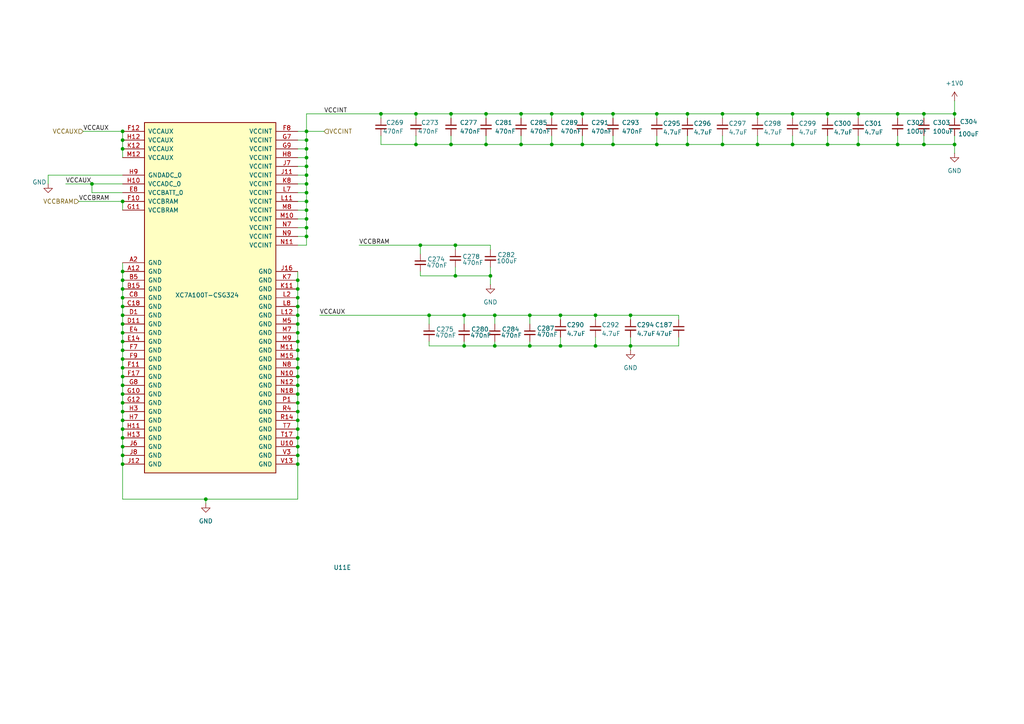
<source format=kicad_sch>
(kicad_sch (version 20231120) (generator "eeschema") (generator_version "8.0")
  (paper "A4")
  (title_block (title "RASBB") (date "2025-02-02") (rev "01") (company "Mina Daneshpajouh"))
  (lib_symbols
    (symbol "Device:C_Small" (pin_numbers hide) (pin_names (offset 0.254) hide)
      (property "Reference" "C" (at 0.254 1.778 0))
      (property "Value" "C_Small" (at 0.254 -2.032 0))
      (symbol "C_Small_1_1"
        (pin passive line (at 0 2.54 270) (length 2.032) (name "~") (number "1"))
        (pin passive line (at 0 -2.54 90) (length 2.032) (name "~") (number "2"))
      )
    )
    (symbol "FPGA_Xilinx_Artix7:XC7A100T-CSG324" (pin_names (offset 1.016))
      (property "Reference" "U11" (at 40.894 -78.232 0))
      (property "Value" "XC7A100T-CSG324" (at 8.382 0.762 0))
      (symbol "XC7A100T-CSG324_1_1"
        (pin no_connect line (at 50.8 33.02 180) (length 6.35) (name "IO_L4N_T0_15") (number "A11"))
        (pin bidirectional line (at 50.8 10.16 180) (length 6.35) (name "IO_L9P_T1_DQS_AD3P_15") (number "A13"))
        (pin bidirectional line (at 50.8 7.62 180) (length 6.35) (name "IO_L9N_T1_DQS_AD3N_15") (number "A14"))
        (pin bidirectional line (at 50.8 15.24 180) (length 6.35) (name "IO_L8P_T1_AD10P_15") (number "A15"))
        (pin bidirectional line (at 50.8 12.7 180) (length 6.35) (name "IO_L8N_T1_AD10N_15") (number "A16"))
        (pin power_in line (at 27.94 73.66 270) (length 6.35) (name "VCCO_15") (number "A17"))
        (pin bidirectional line (at 50.8 2.54 180) (length 6.35) (name "IO_L10N_T1_AD11N_15") (number "A18"))
        (pin no_connect line (at 50.8 35.56 180) (length 6.35) (name "IO_L4P_T0_15") (number "B11"))
        (pin bidirectional line (at 50.8 38.1 180) (length 6.35) (name "IO_L3N_T0_DQS_AD1N_15") (number "B12"))
        (pin bidirectional line (at 50.8 45.72 180) (length 6.35) (name "IO_L2P_T0_AD8P_15") (number "B13"))
        (pin bidirectional line (at 50.8 43.18 180) (length 6.35) (name "IO_L2N_T0_AD8N_15") (number "B14"))
        (pin bidirectional line (at 50.8 20.32 180) (length 6.35) (name "IO_L7P_T1_AD2P_15") (number "B16"))
        (pin bidirectional line (at 50.8 17.78 180) (length 6.35) (name "IO_L7N_T1_AD2N_15") (number "B17"))
        (pin bidirectional line (at 50.8 5.08 180) (length 6.35) (name "IO_L10P_T1_AD11P_15") (number "B18"))
        (pin bidirectional line (at 50.8 40.64 180) (length 6.35) (name "IO_L3P_T0_DQS_AD1P_15") (number "C12"))
        (pin power_in line (at 30.48 73.66 270) (length 6.35) (name "VCCO_15") (number "C13"))
        (pin bidirectional line (at 50.8 48.26 180) (length 6.35) (name "IO_L1N_T0_AD0N_15") (number "C14"))
        (pin bidirectional line (at 50.8 -7.62 180) (length 6.35) (name "IO_L12N_T1_MRCC_15") (number "C15"))
        (pin bidirectional line (at 50.8 -45.72 180) (length 6.35) (name "IO_L20P_T3_A20_15") (number "C16"))
        (pin bidirectional line (at 50.8 -48.26 180) (length 6.35) (name "IO_L20N_T3_A19_15") (number "C17"))
        (pin bidirectional line (at 50.8 25.4 180) (length 6.35) (name "IO_L6P_T0_15") (number "D12"))
        (pin bidirectional line (at 50.8 22.86 180) (length 6.35) (name "IO_L6N_T0_VREF_15") (number "D13"))
        (pin bidirectional line (at 50.8 50.8 180) (length 6.35) (name "IO_L1P_T0_AD0P_15") (number "D14"))
        (pin bidirectional line (at 50.8 -5.08 180) (length 6.35) (name "IO_L12P_T1_MRCC_15") (number "D15"))
        (pin power_in line (at 33.02 73.66 270) (length 6.35) (name "VCCO_15") (number "D16"))
        (pin bidirectional line (at 50.8 -27.94 180) (length 6.35) (name "IO_L16N_T2_A27_15") (number "D17"))
        (pin bidirectional line (at 50.8 -53.34 180) (length 6.35) (name "IO_L21N_T3_DQS_A18_15") (number "D18"))
        (pin bidirectional line (at 50.8 0 180) (length 6.35) (name "IO_L11P_T1_SRCC_15") (number "E15"))
        (pin bidirectional line (at 50.8 -2.54 180) (length 6.35) (name "IO_L11N_T1_SRCC_15") (number "E16"))
        (pin bidirectional line (at 50.8 -25.4 180) (length 6.35) (name "IO_L16P_T2_A28_15") (number "E17"))
        (pin bidirectional line (at 50.8 -50.8 180) (length 6.35) (name "IO_L21P_T3_DQS_15") (number "E18"))
        (pin no_connect line (at 50.8 30.48 180) (length 6.35) (name "IO_L5P_T0_AD9P_15") (number "F13"))
        (pin no_connect line (at 50.8 27.94 180) (length 6.35) (name "IO_L5N_T0_AD9N_15") (number "F14"))
        (pin bidirectional line (at 50.8 -15.24 180) (length 6.35) (name "IO_L14P_T2_SRCC_15") (number "F15"))
        (pin bidirectional line (at 50.8 -17.78 180) (length 6.35) (name "IO_L14N_T2_SRCC_15") (number "F16"))
        (pin bidirectional line (at 50.8 -58.42 180) (length 6.35) (name "IO_L22N_T3_A16_15") (number "F18"))
        (pin bidirectional line (at 50.8 53.34 180) (length 6.35) (name "IO_0_15") (number "G13"))
        (pin no_connect line (at 50.8 -22.86 180) (length 6.35) (name "IO_L15N_T2_DQS_ADV_B_15") (number "G14"))
        (pin power_in line (at 35.56 73.66 270) (length 6.35) (name "VCCO_15") (number "G15"))
        (pin bidirectional line (at 50.8 -12.7 180) (length 6.35) (name "IO_L13N_T2_MRCC_15") (number "G16"))
        (pin bidirectional line (at 50.8 -38.1 180) (length 6.35) (name "IO_L18N_T2_A23_15") (number "G17"))
        (pin bidirectional line (at 50.8 -55.88 180) (length 6.35) (name "IO_L22P_T3_A17_15") (number "G18"))
        (pin bidirectional line (at 50.8 -20.32 180) (length 6.35) (name "IO_L15P_T2_DQS_15") (number "H14"))
        (pin bidirectional line (at 50.8 -43.18 180) (length 6.35) (name "IO_L19N_T3_A21_VREF_15") (number "H15"))
        (pin bidirectional line (at 50.8 -10.16 180) (length 6.35) (name "IO_L13P_T2_MRCC_15") (number "H16"))
        (pin bidirectional line (at 50.8 -35.56 180) (length 6.35) (name "IO_L18P_T2_A24_15") (number "H17"))
        (pin power_in line (at 38.1 73.66 270) (length 6.35) (name "VCCO_15") (number "H18"))
        (pin bidirectional line (at 50.8 -33.02 180) (length 6.35) (name "IO_L17N_T2_A25_15") (number "J13"))
        (pin bidirectional line (at 50.8 -40.64 180) (length 6.35) (name "IO_L19P_T3_A22_15") (number "J14"))
        (pin bidirectional line (at 50.8 -68.58 180) (length 6.35) (name "IO_L24N_T3_RS0_15") (number "J15"))
        (pin bidirectional line (at 50.8 -60.96 180) (length 6.35) (name "IO_L23P_T3_FOE_B_15") (number "J17"))
        (pin bidirectional line (at 50.8 -63.5 180) (length 6.35) (name "IO_L23N_T3_FWE_B_15") (number "J18"))
        (pin no_connect line (at 50.8 -30.48 180) (length 6.35) (name "IO_L17P_T2_A26_15") (number "K13"))
        (pin power_in line (at 40.64 73.66 270) (length 6.35) (name "VCCO_15") (number "K14"))
        (pin bidirectional line (at 50.8 -66.04 180) (length 6.35) (name "IO_L24P_T3_RS1_15") (number "K15"))
        (pin bidirectional line (at 50.8 -71.12 180) (length 6.35) (name "IO_25_15") (number "K16"))
        (pin bidirectional line (at -50.8 50.8 0) (length 6.35) (name "IO_L1P_T0_D00_MOSI_14") (number "K17"))
        (pin bidirectional line (at -50.8 48.26 0) (length 6.35) (name "IO_L1N_T0_D01_DIN_14") (number "K18"))
        (pin bidirectional line (at -50.8 25.4 0) (length 6.35) (name "IO_L6P_T0_FCS_B_14") (number "L13"))
        (pin no_connect line (at -50.8 45.72 0) (length 6.35) (name "IO_L2P_T0_D02_14") (number "L14"))
        (pin no_connect line (at -50.8 40.64 0) (length 6.35) (name "IO_L3P_T0_DQS_PUDC_B_14") (number "L15"))
        (pin no_connect line (at -50.8 38.1 0) (length 6.35) (name "IO_L3N_T0_DQS_EMCCLK_14") (number "L16"))
        (pin power_in line (at -40.64 73.66 270) (length 6.35) (name "VCCO_14") (number "L17"))
        (pin bidirectional line (at -50.8 35.56 0) (length 6.35) (name "IO_L4P_T0_D04_14") (number "L18"))
        (pin no_connect line (at -50.8 22.86 0) (length 6.35) (name "IO_L6N_T0_D08_VREF_14") (number "M13"))
        (pin no_connect line (at -50.8 43.18 0) (length 6.35) (name "IO_L2N_T0_D03_14") (number "M14"))
        (pin no_connect line (at -50.8 5.08 0) (length 6.35) (name "IO_L10P_T1_D14_14") (number "M16"))
        (pin no_connect line (at -50.8 2.54 0) (length 6.35) (name "IO_L10N_T1_D15_14") (number "M17"))
        (pin no_connect line (at -50.8 33.02 0) (length 6.35) (name "IO_L4N_T0_D05_14") (number "M18"))
        (pin power_in line (at -38.1 73.66 270) (length 6.35) (name "VCCO_14") (number "N13"))
        (pin no_connect line (at -50.8 15.24 0) (length 6.35) (name "IO_L8P_T1_D11_14") (number "N14"))
        (pin no_connect line (at -50.8 0 0) (length 6.35) (name "IO_L11P_T1_SRCC_14") (number "N15"))
        (pin no_connect line (at -50.8 -2.54 0) (length 6.35) (name "IO_L11N_T1_SRCC_14") (number "N16"))
        (pin no_connect line (at -50.8 10.16 0) (length 6.35) (name "IO_L9P_T1_DQS_14") (number "N17"))
        (pin no_connect line (at -50.8 12.7 0) (length 6.35) (name "IO_L8N_T1_D12_14") (number "P14"))
        (pin bidirectional line (at -50.8 -10.16 0) (length 6.35) (name "IO_L13P_T2_MRCC_14") (number "P15"))
        (pin power_in line (at -35.56 73.66 270) (length 6.35) (name "VCCO_14") (number "P16"))
        (pin no_connect line (at -50.8 -5.08 0) (length 6.35) (name "IO_L12P_T1_MRCC_14") (number "P17"))
        (pin no_connect line (at -50.8 7.62 0) (length 6.35) (name "IO_L9N_T1_DQS_D13_14") (number "P18"))
        (pin no_connect line (at -50.8 -71.12 0) (length 6.35) (name "IO_25_14") (number "R10"))
        (pin no_connect line (at -50.8 53.34 0) (length 6.35) (name "IO_0_14") (number "R11"))
        (pin no_connect line (at -50.8 30.48 0) (length 6.35) (name "IO_L5P_T0_D06_14") (number "R12"))
        (pin no_connect line (at -50.8 27.94 0) (length 6.35) (name "IO_L5N_T0_D07_14") (number "R13"))
        (pin bidirectional line (at -50.8 -12.7 0) (length 6.35) (name "IO_L13N_T2_MRCC_14") (number "R15"))
        (pin bidirectional line (at -50.8 -20.32 0) (length 6.35) (name "IO_L15P_T2_DQS_RDWR_B_14") (number "R16"))
        (pin no_connect line (at -50.8 -7.62 0) (length 6.35) (name "IO_L12N_T1_MRCC_14") (number "R17"))
        (pin no_connect line (at -50.8 20.32 0) (length 6.35) (name "IO_L7P_T1_D09_14") (number "R18"))
        (pin no_connect line (at -50.8 -68.58 0) (length 6.35) (name "IO_L24N_T3_A00_D16_14") (number "T10"))
        (pin no_connect line (at -50.8 -40.64 0) (length 6.35) (name "IO_L19P_T3_A10_D26_14") (number "T11"))
        (pin power_in line (at -33.02 73.66 270) (length 6.35) (name "VCCO_14") (number "T12"))
        (pin no_connect line (at -50.8 -60.96 0) (length 6.35) (name "IO_L23P_T3_A03_D19_14") (number "T13"))
        (pin bidirectional line (at -50.8 -15.24 0) (length 6.35) (name "IO_L14P_T2_SRCC_14") (number "T14"))
        (pin bidirectional line (at -50.8 -17.78 0) (length 6.35) (name "IO_L14N_T2_SRCC_14") (number "T15"))
        (pin bidirectional line (at -50.8 -22.86 0) (length 6.35) (name "IO_L15N_T2_DQS_DOUT_CSO_B_14") (number "T16"))
        (pin no_connect line (at -50.8 17.78 0) (length 6.35) (name "IO_L7N_T1_D10_14") (number "T18"))
        (pin no_connect line (at -50.8 -66.04 0) (length 6.35) (name "IO_L24P_T3_A01_D17_14") (number "T9"))
        (pin no_connect line (at -50.8 -43.18 0) (length 6.35) (name "IO_L19N_T3_A09_D25_VREF_14") (number "U11"))
        (pin no_connect line (at -50.8 -45.72 0) (length 6.35) (name "IO_L20P_T3_A08_D24_14") (number "U12"))
        (pin no_connect line (at -50.8 -63.5 0) (length 6.35) (name "IO_L23N_T3_A02_D18_14") (number "U13"))
        (pin bidirectional line (at -50.8 -55.88 0) (length 6.35) (name "IO_L22P_T3_A05_D21_14") (number "U14"))
        (pin power_in line (at -30.48 73.66 270) (length 6.35) (name "VCCO_14") (number "U15"))
        (pin bidirectional line (at -50.8 -35.56 0) (length 6.35) (name "IO_L18P_T2_A12_D28_14") (number "U16"))
        (pin bidirectional line (at -50.8 -30.48 0) (length 6.35) (name "IO_L17P_T2_A14_D30_14") (number "U17"))
        (pin bidirectional line (at -50.8 -33.02 0) (length 6.35) (name "IO_L17N_T2_A13_D29_14") (number "U18"))
        (pin no_connect line (at -50.8 -50.8 0) (length 6.35) (name "IO_L21P_T3_DQS_14") (number "V10"))
        (pin no_connect line (at -50.8 -53.34 0) (length 6.35) (name "IO_L21N_T3_DQS_A06_D22_14") (number "V11"))
        (pin no_connect line (at -50.8 -48.26 0) (length 6.35) (name "IO_L20N_T3_A07_D23_14") (number "V12"))
        (pin bidirectional line (at -50.8 -58.42 0) (length 6.35) (name "IO_L22N_T3_A04_D20_14") (number "V14"))
        (pin bidirectional line (at -50.8 -25.4 0) (length 6.35) (name "IO_L16P_T2_CSI_B_14") (number "V15"))
        (pin bidirectional line (at -50.8 -27.94 0) (length 6.35) (name "IO_L16N_T2_A15_D31_14") (number "V16"))
        (pin bidirectional line (at -50.8 -38.1 0) (length 6.35) (name "IO_L18N_T2_A11_D27_14") (number "V17"))
        (pin power_in line (at -27.94 73.66 270) (length 6.35) (name "VCCO_14") (number "V18"))
      )
      (symbol "XC7A100T-CSG324_2_1"
        (pin bidirectional line (at -50.8 35.56 0) (length 6.35) (name "IO_L14P_T2_SRCC_16") (number "A10"))
        (pin bidirectional line (at -50.8 43.18 0) (length 6.35) (name "IO_L12N_T1_MRCC_16") (number "A8"))
        (pin bidirectional line (at -50.8 33.02 0) (length 6.35) (name "IO_L14N_T2_SRCC_16") (number "A9"))
        (pin power_in line (at -40.64 73.66 270) (length 6.35) (name "VCCO_16") (number "B10"))
        (pin bidirectional line (at -50.8 45.72 0) (length 6.35) (name "IO_L12P_T1_MRCC_16") (number "B8"))
        (pin bidirectional line (at -50.8 48.26 0) (length 6.35) (name "IO_L11N_T1_SRCC_16") (number "B9"))
        (pin bidirectional line (at -50.8 38.1 0) (length 6.35) (name "IO_L13N_T2_MRCC_16") (number "C10"))
        (pin bidirectional line (at -50.8 40.64 0) (length 6.35) (name "IO_L13P_T2_MRCC_16") (number "C11"))
        (pin bidirectional line (at -50.8 50.8 0) (length 6.35) (name "IO_L11P_T1_SRCC_16") (number "C9"))
        (pin bidirectional line (at -50.8 30.48 0) (length 6.35) (name "IO_L19N_T3_VREF_16") (number "D10"))
        (pin bidirectional line (at -50.8 53.34 0) (length 6.35) (name "IO_L6N_T0_VREF_16") (number "D9"))
        (pin bidirectional line (at 50.8 45.72 180) (length 6.35) (name "IO_L2P_T0_34") (number "K3"))
        (pin power_in line (at 27.94 73.66 270) (length 6.35) (name "VCCO_34") (number "K4"))
        (pin bidirectional line (at 50.8 30.48 180) (length 6.35) (name "IO_L5P_T0_34") (number "K5"))
        (pin bidirectional line (at 50.8 53.34 180) (length 6.35) (name "IO_0_34") (number "K6"))
        (pin bidirectional line (at 50.8 50.8 180) (length 6.35) (name "IO_L1P_T0_34") (number "L1"))
        (pin bidirectional line (at 50.8 43.18 180) (length 6.35) (name "IO_L2N_T0_34") (number "L3"))
        (pin bidirectional line (at 50.8 27.94 180) (length 6.35) (name "IO_L5N_T0_34") (number "L4"))
        (pin bidirectional line (at 50.8 22.86 180) (length 6.35) (name "IO_L6N_T0_VREF_34") (number "L5"))
        (pin bidirectional line (at 50.8 25.4 180) (length 6.35) (name "IO_L6P_T0_34") (number "L6"))
        (pin bidirectional line (at 50.8 48.26 180) (length 6.35) (name "IO_L1N_T0_34") (number "M1"))
        (pin bidirectional line (at 50.8 33.02 180) (length 6.35) (name "IO_L4N_T0_34") (number "M2"))
        (pin bidirectional line (at 50.8 35.56 180) (length 6.35) (name "IO_L4P_T0_34") (number "M3"))
        (pin bidirectional line (at 50.8 -25.4 180) (length 6.35) (name "IO_L16P_T2_34") (number "M4"))
        (pin bidirectional line (at 50.8 -35.56 180) (length 6.35) (name "IO_L18P_T2_34") (number "M6"))
        (pin bidirectional line (at 50.8 38.1 180) (length 6.35) (name "IO_L3N_T0_DQS_34") (number "N1"))
        (pin bidirectional line (at 50.8 40.64 180) (length 6.35) (name "IO_L3P_T0_DQS_34") (number "N2"))
        (pin power_in line (at 30.48 73.66 270) (length 6.35) (name "VCCO_34") (number "N3"))
        (pin bidirectional line (at 50.8 -27.94 180) (length 6.35) (name "IO_L16N_T2_34") (number "N4"))
        (pin bidirectional line (at 50.8 -10.16 180) (length 6.35) (name "IO_L13P_T2_MRCC_34") (number "N5"))
        (pin bidirectional line (at 50.8 -38.1 180) (length 6.35) (name "IO_L18N_T2_34") (number "N6"))
        (pin bidirectional line (at 50.8 -20.32 180) (length 6.35) (name "IO_L15P_T2_DQS_34") (number "P2"))
        (pin bidirectional line (at 50.8 -17.78 180) (length 6.35) (name "IO_L14N_T2_SRCC_34") (number "P3"))
        (pin bidirectional line (at 50.8 -15.24 180) (length 6.35) (name "IO_L14P_T2_SRCC_34") (number "P4"))
        (pin bidirectional line (at 50.8 -12.7 180) (length 6.35) (name "IO_L13N_T2_MRCC_34") (number "P5"))
        (pin power_in line (at 33.02 73.66 270) (length 6.35) (name "VCCO_34") (number "P6"))
        (pin bidirectional line (at 50.8 -30.48 180) (length 6.35) (name "IO_L17P_T2_34") (number "R1"))
        (pin bidirectional line (at 50.8 -22.86 180) (length 6.35) (name "IO_L15N_T2_DQS_34") (number "R2"))
        (pin bidirectional line (at 50.8 0 180) (length 6.35) (name "IO_L11P_T1_SRCC_34") (number "R3"))
        (pin bidirectional line (at 50.8 -43.18 180) (length 6.35) (name "IO_L19N_T3_VREF_34") (number "R5"))
        (pin bidirectional line (at 50.8 -40.64 180) (length 6.35) (name "IO_L19P_T3_34") (number "R6"))
        (pin bidirectional line (at 50.8 -60.96 180) (length 6.35) (name "IO_L23P_T3_34") (number "R7"))
        (pin bidirectional line (at 50.8 -66.04 180) (length 6.35) (name "IO_L24P_T3_34") (number "R8"))
        (pin bidirectional line (at 50.8 -33.02 180) (length 6.35) (name "IO_L17N_T2_34") (number "T1"))
        (pin power_in line (at 35.56 73.66 270) (length 6.35) (name "VCCO_34") (number "T2"))
        (pin bidirectional line (at 50.8 -2.54 180) (length 6.35) (name "IO_L11N_T1_SRCC_34") (number "T3"))
        (pin bidirectional line (at 50.8 -7.62 180) (length 6.35) (name "IO_L12N_T1_MRCC_34") (number "T4"))
        (pin bidirectional line (at 50.8 -5.08 180) (length 6.35) (name "IO_L12P_T1_MRCC_34") (number "T5"))
        (pin bidirectional line (at 50.8 -63.5 180) (length 6.35) (name "IO_L23N_T3_34") (number "T6"))
        (pin bidirectional line (at 50.8 -68.58 180) (length 6.35) (name "IO_L24N_T3_34") (number "T8"))
        (pin bidirectional line (at 50.8 20.32 180) (length 6.35) (name "IO_L7P_T1_34") (number "U1"))
        (pin bidirectional line (at 50.8 10.16 180) (length 6.35) (name "IO_L9P_T1_DQS_34") (number "U2"))
        (pin bidirectional line (at 50.8 12.7 180) (length 6.35) (name "IO_L8N_T1_34") (number "U3"))
        (pin bidirectional line (at 50.8 15.24 180) (length 6.35) (name "IO_L8P_T1_34") (number "U4"))
        (pin power_in line (at 38.1 73.66 270) (length 6.35) (name "VCCO_34") (number "U5"))
        (pin bidirectional line (at 50.8 -58.42 180) (length 6.35) (name "IO_L22N_T3_34") (number "U6"))
        (pin bidirectional line (at 50.8 -55.88 180) (length 6.35) (name "IO_L22P_T3_34") (number "U7"))
        (pin bidirectional line (at 50.8 -71.12 180) (length 6.35) (name "IO_25_34") (number "U8"))
        (pin bidirectional line (at 50.8 -50.8 180) (length 6.35) (name "IO_L21P_T3_DQS_34") (number "U9"))
        (pin bidirectional line (at 50.8 17.78 180) (length 6.35) (name "IO_L7N_T1_34") (number "V1"))
        (pin bidirectional line (at 50.8 7.62 180) (length 6.35) (name "IO_L9N_T1_DQS_34") (number "V2"))
        (pin bidirectional line (at 50.8 2.54 180) (length 6.35) (name "IO_L10N_T1_34") (number "V4"))
        (pin bidirectional line (at 50.8 5.08 180) (length 6.35) (name "IO_L10P_T1_34") (number "V5"))
        (pin bidirectional line (at 50.8 -48.26 180) (length 6.35) (name "IO_L20N_T3_34") (number "V6"))
        (pin bidirectional line (at 50.8 -45.72 180) (length 6.35) (name "IO_L20P_T3_34") (number "V7"))
        (pin power_in line (at 40.64 73.66 270) (length 6.35) (name "VCCO_34") (number "V8"))
        (pin bidirectional line (at 50.8 -53.34 180) (length 6.35) (name "IO_L21N_T3_DQS_34") (number "V9"))
      )
      (symbol "XC7A100T-CSG324_3_1"
        (pin bidirectional line (at -50.8 7.62 0) (length 6.35) (name "IO_L9N_T1_DQS_AD7N_35") (number "A1"))
        (pin bidirectional line (at -50.8 12.7 0) (length 6.35) (name "IO_L8N_T1_AD14N_35") (number "A3"))
        (pin bidirectional line (at -50.8 15.24 0) (length 6.35) (name "IO_L8P_T1_AD14P_35") (number "A4"))
        (pin bidirectional line (at -50.8 38.1 0) (length 6.35) (name "IO_L3N_T0_DQS_AD5N_35") (number "A5"))
        (pin bidirectional line (at -50.8 40.64 0) (length 6.35) (name "IO_L3P_T0_DQS_AD5P_35") (number "A6"))
        (pin power_in line (at -40.64 73.66 270) (length 6.35) (name "VCCO_35") (number "A7"))
        (pin bidirectional line (at -50.8 10.16 0) (length 6.35) (name "IO_L9P_T1_DQS_AD7P_35") (number "B1"))
        (pin bidirectional line (at -50.8 2.54 0) (length 6.35) (name "IO_L10N_T1_AD15N_35") (number "B2"))
        (pin bidirectional line (at -50.8 5.08 0) (length 6.35) (name "IO_L10P_T1_AD15P_35") (number "B3"))
        (pin bidirectional line (at -50.8 17.78 0) (length 6.35) (name "IO_L7N_T1_AD6N_35") (number "B4"))
        (pin bidirectional line (at -50.8 43.18 0) (length 6.35) (name "IO_L2N_T0_AD12N_35") (number "B6"))
        (pin bidirectional line (at -50.8 45.72 0) (length 6.35) (name "IO_L2P_T0_AD12P_35") (number "B7"))
        (pin bidirectional line (at -50.8 -27.94 0) (length 6.35) (name "IO_L16N_T2_35") (number "C1"))
        (pin bidirectional line (at -50.8 -25.4 0) (length 6.35) (name "IO_L16P_T2_35") (number "C2"))
        (pin power_in line (at -38.1 73.66 270) (length 6.35) (name "VCCO_35") (number "C3"))
        (pin bidirectional line (at -50.8 20.32 0) (length 6.35) (name "IO_L7P_T1_AD6P_35") (number "C4"))
        (pin no_connect line (at -50.8 48.26 0) (length 6.35) (name "IO_L1N_T0_AD4N_35") (number "C5"))
        (pin bidirectional line (at -50.8 50.8 0) (length 6.35) (name "IO_L1P_T0_AD4P_35") (number "C6"))
        (pin bidirectional line (at -50.8 33.02 0) (length 6.35) (name "IO_L4N_T0_35") (number "C7"))
        (pin bidirectional line (at -50.8 -17.78 0) (length 6.35) (name "IO_L14N_T2_SRCC_35") (number "D2"))
        (pin bidirectional line (at -50.8 -7.62 0) (length 6.35) (name "IO_L12N_T1_MRCC_35") (number "D3"))
        (pin bidirectional line (at -50.8 -2.54 0) (length 6.35) (name "IO_L11N_T1_SRCC_35") (number "D4"))
        (pin no_connect line (at -50.8 0 0) (length 6.35) (name "IO_L11P_T1_SRCC_35") (number "D5"))
        (pin power_in line (at -35.56 73.66 270) (length 6.35) (name "VCCO_35") (number "D6"))
        (pin no_connect line (at -50.8 22.86 0) (length 6.35) (name "IO_L6N_T0_VREF_35") (number "D7"))
        (pin bidirectional line (at -50.8 35.56 0) (length 6.35) (name "IO_L4P_T0_35") (number "D8"))
        (pin bidirectional line (at -50.8 -38.1 0) (length 6.35) (name "IO_L18N_T2_35") (number "E1"))
        (pin bidirectional line (at -50.8 -15.24 0) (length 6.35) (name "IO_L14P_T2_SRCC_35") (number "E2"))
        (pin bidirectional line (at -50.8 -5.08 0) (length 6.35) (name "IO_L12P_T1_MRCC_35") (number "E3"))
        (pin bidirectional line (at -50.8 27.94 0) (length 6.35) (name "IO_L5N_T0_AD13N_35") (number "E5"))
        (pin bidirectional line (at -50.8 30.48 0) (length 6.35) (name "IO_L5P_T0_AD13P_35") (number "E6"))
        (pin bidirectional line (at -50.8 25.4 0) (length 6.35) (name "IO_L6P_T0_35") (number "E7"))
        (pin bidirectional line (at -50.8 -35.56 0) (length 6.35) (name "IO_L18P_T2_35") (number "F1"))
        (pin power_in line (at -33.02 73.66 270) (length 6.35) (name "VCCO_35") (number "F2"))
        (pin bidirectional line (at -50.8 -12.7 0) (length 6.35) (name "IO_L13N_T2_MRCC_35") (number "F3"))
        (pin bidirectional line (at -50.8 -10.16 0) (length 6.35) (name "IO_L13P_T2_MRCC_35") (number "F4"))
        (pin no_connect line (at -50.8 53.34 0) (length 6.35) (name "IO_0_35") (number "F5"))
        (pin no_connect line (at -50.8 -43.18 0) (length 6.35) (name "IO_L19N_T3_VREF_35") (number "F6"))
        (pin bidirectional line (at -50.8 -33.02 0) (length 6.35) (name "IO_L17N_T2_35") (number "G1"))
        (pin bidirectional line (at -50.8 -22.86 0) (length 6.35) (name "IO_L15N_T2_DQS_35") (number "G2"))
        (pin no_connect line (at -50.8 -48.26 0) (length 6.35) (name "IO_L20N_T3_35") (number "G3"))
        (pin no_connect line (at -50.8 -45.72 0) (length 6.35) (name "IO_L20P_T3_35") (number "G4"))
        (pin power_in line (at -30.48 73.66 270) (length 6.35) (name "VCCO_35") (number "G5"))
        (pin no_connect line (at -50.8 -40.64 0) (length 6.35) (name "IO_L19P_T3_35") (number "G6"))
        (pin bidirectional line (at -50.8 -30.48 0) (length 6.35) (name "IO_L17P_T2_35") (number "H1"))
        (pin bidirectional line (at -50.8 -20.32 0) (length 6.35) (name "IO_L15P_T2_DQS_35") (number "H2"))
        (pin bidirectional line (at -50.8 -53.34 0) (length 6.35) (name "IO_L21N_T3_DQS_35") (number "H4"))
        (pin no_connect line (at -50.8 -68.58 0) (length 6.35) (name "IO_L24N_T3_35") (number "H5"))
        (pin no_connect line (at -50.8 -66.04 0) (length 6.35) (name "IO_L24P_T3_35") (number "H6"))
        (pin power_in line (at -27.94 73.66 270) (length 6.35) (name "VCCO_35") (number "J1"))
        (pin bidirectional line (at -50.8 -58.42 0) (length 6.35) (name "IO_L22N_T3_35") (number "J2"))
        (pin bidirectional line (at -50.8 -55.88 0) (length 6.35) (name "IO_L22P_T3_35") (number "J3"))
        (pin bidirectional line (at -50.8 -50.8 0) (length 6.35) (name "IO_L21P_T3_DQS_35") (number "J4"))
        (pin no_connect line (at -50.8 -71.12 0) (length 6.35) (name "IO_25_35") (number "J5"))
        (pin bidirectional line (at -50.8 -63.5 0) (length 6.35) (name "IO_L23N_T3_35") (number "K1"))
        (pin bidirectional line (at -50.8 -60.96 0) (length 6.35) (name "IO_L23P_T3_35") (number "K2"))
      )
      (symbol "XC7A100T-CSG324_4_1"
        (pin input line (at 38.1 12.7 180) (length 6.35) (name "TCK_0") (number "E10"))
        (pin input line (at 38.1 20.32 180) (length 6.35) (name "TDI_0") (number "E11"))
        (pin input line (at 38.1 15.24 180) (length 6.35) (name "TMS_0") (number "E12"))
        (pin output line (at 38.1 17.78 180) (length 6.35) (name "TDO_0") (number "E13"))
        (pin bidirectional line (at 38.1 7.62 180) (length 6.35) (name "CCLK_0") (number "E9"))
        (pin bidirectional line (at 38.1 -20.32 180) (length 6.35) (name "VP_0") (number "J10"))
        (pin bidirectional line (at 38.1 -30.48 180) (length 6.35) (name "VREFN_0") (number "J9"))
        (pin bidirectional line (at 38.1 -27.94 180) (length 6.35) (name "VREFP_0") (number "K10"))
        (pin bidirectional line (at 38.1 -22.86 180) (length 6.35) (name "VN_0") (number "K9"))
        (pin bidirectional line (at 38.1 -35.56 180) (length 6.35) (name "DXP_0") (number "L10"))
        (pin bidirectional line (at 38.1 -38.1 180) (length 6.35) (name "DXN_0") (number "L9"))
        (pin bidirectional line (at 38.1 -5.08 180) (length 6.35) (name "DONE_0") (number "P10"))
        (pin bidirectional line (at 38.1 0 180) (length 6.35) (name "M2_0") (number "P11"))
        (pin bidirectional line (at 38.1 5.08 180) (length 6.35) (name "M0_0") (number "P12"))
        (pin bidirectional line (at 38.1 2.54 180) (length 6.35) (name "M1_0") (number "P13"))
        (pin bidirectional line (at 38.1 -7.62 180) (length 6.35) (name "INIT_B_0") (number "P7"))
        (pin bidirectional line (at 38.1 -15.24 180) (length 6.35) (name "CFGBVS_0") (number "P8"))
        (pin bidirectional line (at 38.1 -10.16 180) (length 6.35) (name "PROGRAM_B_0") (number "P9"))
        (pin power_in line (at 27.94 40.64 270) (length 6.35) (name "VCCO_0") (number "R9"))
      )
      (symbol "XC7A100T-CSG324_5_1"
        (pin power_in line (at -25.4 7.62 0) (length 6.35) (name "GND") (number "A12"))
        (pin power_in line (at -25.4 10.16 0) (length 6.35) (name "GND") (number "A2"))
        (pin power_in line (at -25.4 2.54 0) (length 6.35) (name "GND") (number "B15"))
        (pin power_in line (at -25.4 5.08 0) (length 6.35) (name "GND") (number "B5"))
        (pin power_in line (at -25.4 -2.54 0) (length 6.35) (name "GND") (number "C18"))
        (pin power_in line (at -25.4 0 0) (length 6.35) (name "GND") (number "C8"))
        (pin power_in line (at -25.4 -5.08 0) (length 6.35) (name "GND") (number "D1"))
        (pin power_in line (at -25.4 -7.62 0) (length 6.35) (name "GND") (number "D11"))
        (pin power_in line (at -25.4 -12.7 0) (length 6.35) (name "GND") (number "E14"))
        (pin power_in line (at -25.4 -10.16 0) (length 6.35) (name "GND") (number "E4"))
        (pin power_in line (at -25.4 30.48 0) (length 6.35) (name "VCCBATT_0") (number "E8"))
        (pin power_in line (at -25.4 27.94 0) (length 6.35) (name "VCCBRAM") (number "F10"))
        (pin power_in line (at -25.4 -20.32 0) (length 6.35) (name "GND") (number "F11"))
        (pin power_in line (at -25.4 48.26 0) (length 6.35) (name "VCCAUX") (number "F12"))
        (pin power_in line (at -25.4 -22.86 0) (length 6.35) (name "GND") (number "F17"))
        (pin power_in line (at -25.4 -15.24 0) (length 6.35) (name "GND") (number "F7"))
        (pin power_in line (at 25.4 48.26 180) (length 6.35) (name "VCCINT") (number "F8"))
        (pin power_in line (at -25.4 -17.78 0) (length 6.35) (name "GND") (number "F9"))
        (pin power_in line (at -25.4 -27.94 0) (length 6.35) (name "GND") (number "G10"))
        (pin power_in line (at -25.4 25.4 0) (length 6.35) (name "VCCBRAM") (number "G11"))
        (pin power_in line (at -25.4 -30.48 0) (length 6.35) (name "GND") (number "G12"))
        (pin power_in line (at 25.4 45.72 180) (length 6.35) (name "VCCINT") (number "G7"))
        (pin power_in line (at -25.4 -25.4 0) (length 6.35) (name "GND") (number "G8"))
        (pin power_in line (at 25.4 43.18 180) (length 6.35) (name "VCCINT") (number "G9"))
        (pin power_in line (at -25.4 33.02 0) (length 6.35) (name "VCCADC_0") (number "H10"))
        (pin power_in line (at -25.4 -38.1 0) (length 6.35) (name "GND") (number "H11"))
        (pin power_in line (at -25.4 45.72 0) (length 6.35) (name "VCCAUX") (number "H12"))
        (pin power_in line (at -25.4 -40.64 0) (length 6.35) (name "GND") (number "H13"))
        (pin power_in line (at -25.4 -33.02 0) (length 6.35) (name "GND") (number "H3"))
        (pin power_in line (at -25.4 -35.56 0) (length 6.35) (name "GND") (number "H7"))
        (pin power_in line (at 25.4 40.64 180) (length 6.35) (name "VCCINT") (number "H8"))
        (pin power_in line (at -25.4 35.56 0) (length 6.35) (name "GNDADC_0") (number "H9"))
        (pin power_in line (at 25.4 35.56 180) (length 6.35) (name "VCCINT") (number "J11"))
        (pin power_in line (at -25.4 -48.26 0) (length 6.35) (name "GND") (number "J12"))
        (pin power_in line (at 25.4 7.62 180) (length 6.35) (name "GND") (number "J16"))
        (pin power_in line (at -25.4 -43.18 0) (length 6.35) (name "GND") (number "J6"))
        (pin power_in line (at 25.4 38.1 180) (length 6.35) (name "VCCINT") (number "J7"))
        (pin power_in line (at -25.4 -45.72 0) (length 6.35) (name "GND") (number "J8"))
        (pin power_in line (at 25.4 2.54 180) (length 6.35) (name "GND") (number "K11"))
        (pin power_in line (at -25.4 43.18 0) (length 6.35) (name "VCCAUX") (number "K12"))
        (pin power_in line (at 25.4 5.08 180) (length 6.35) (name "GND") (number "K7"))
        (pin power_in line (at 25.4 33.02 180) (length 6.35) (name "VCCINT") (number "K8"))
        (pin power_in line (at 25.4 27.94 180) (length 6.35) (name "VCCINT") (number "L11"))
        (pin power_in line (at 25.4 -5.08 180) (length 6.35) (name "GND") (number "L12"))
        (pin power_in line (at 25.4 0 180) (length 6.35) (name "GND") (number "L2"))
        (pin power_in line (at 25.4 30.48 180) (length 6.35) (name "VCCINT") (number "L7"))
        (pin power_in line (at 25.4 -2.54 180) (length 6.35) (name "GND") (number "L8"))
        (pin power_in line (at 25.4 22.86 180) (length 6.35) (name "VCCINT") (number "M10"))
        (pin power_in line (at 25.4 -15.24 180) (length 6.35) (name "GND") (number "M11"))
        (pin power_in line (at -25.4 40.64 0) (length 6.35) (name "VCCAUX") (number "M12"))
        (pin power_in line (at 25.4 -17.78 180) (length 6.35) (name "GND") (number "M15"))
        (pin power_in line (at 25.4 -7.62 180) (length 6.35) (name "GND") (number "M5"))
        (pin power_in line (at 25.4 -10.16 180) (length 6.35) (name "GND") (number "M7"))
        (pin power_in line (at 25.4 25.4 180) (length 6.35) (name "VCCINT") (number "M8"))
        (pin power_in line (at 25.4 -12.7 180) (length 6.35) (name "GND") (number "M9"))
        (pin power_in line (at 25.4 -22.86 180) (length 6.35) (name "GND") (number "N10"))
        (pin power_in line (at 25.4 15.24 180) (length 6.35) (name "VCCINT") (number "N11"))
        (pin power_in line (at 25.4 -25.4 180) (length 6.35) (name "GND") (number "N12"))
        (pin power_in line (at 25.4 -27.94 180) (length 6.35) (name "GND") (number "N18"))
        (pin power_in line (at 25.4 20.32 180) (length 6.35) (name "VCCINT") (number "N7"))
        (pin power_in line (at 25.4 -20.32 180) (length 6.35) (name "GND") (number "N8"))
        (pin power_in line (at 25.4 17.78 180) (length 6.35) (name "VCCINT") (number "N9"))
        (pin power_in line (at 25.4 -30.48 180) (length 6.35) (name "GND") (number "P1"))
        (pin power_in line (at 25.4 -35.56 180) (length 6.35) (name "GND") (number "R14"))
        (pin power_in line (at 25.4 -33.02 180) (length 6.35) (name "GND") (number "R4"))
        (pin power_in line (at 25.4 -40.64 180) (length 6.35) (name "GND") (number "T17"))
        (pin power_in line (at 25.4 -38.1 180) (length 6.35) (name "GND") (number "T7"))
        (pin power_in line (at 25.4 -43.18 180) (length 6.35) (name "GND") (number "U10"))
        (pin power_in line (at 25.4 -48.26 180) (length 6.35) (name "GND") (number "V13"))
        (pin power_in line (at 25.4 -45.72 180) (length 6.35) (name "GND") (number "V3"))
      )
    )
    (symbol "power:+1V0" (power) (pin_numbers hide) (pin_names (offset 0) hide)
      (property "Value" "+1V0" (at 0 3.556 0))
      (symbol "+1V0_1_1"
        (pin power_in line (at 0 0 90) (length 0) (name "~") (number "1"))
      )
    )
    (symbol "power:GND" (power) (pin_numbers hide) (pin_names (offset 0) hide)
      (property "Value" "GND" (at 0 -3.81 0))
      (symbol "GND_1_1"
        (pin power_in line (at 0 0 270) (length 0) (name "~") (number "1"))
      )
    )
  )
  (junction (at 110.49 33.02))
  (junction (at 219.71 33.02))
  (junction (at 88.9 43.18))
  (junction (at 35.56 86.36))
  (junction (at 35.56 93.98))
  (junction (at 35.56 134.62))
  (junction (at 153.67 100.33))
  (junction (at 248.92 33.02))
  (junction (at 177.8 41.91))
  (junction (at 86.36 127))
  (junction (at 88.9 45.72))
  (junction (at 219.71 41.91))
  (junction (at 86.36 88.9))
  (junction (at 120.65 41.91))
  (junction (at 88.9 53.34))
  (junction (at 35.56 40.64))
  (junction (at 35.56 96.52))
  (junction (at 142.24 80.01))
  (junction (at 86.36 116.84))
  (junction (at 88.9 63.5))
  (junction (at 124.46 91.44))
  (junction (at 134.62 91.44))
  (junction (at 35.56 127))
  (junction (at 35.56 58.42))
  (junction (at 172.72 100.33))
  (junction (at 86.36 86.36))
  (junction (at 190.5 33.02))
  (junction (at 86.36 104.14))
  (junction (at 86.36 129.54))
  (junction (at 88.9 40.64))
  (junction (at 86.36 134.62))
  (junction (at 35.56 129.54))
  (junction (at 132.08 80.01))
  (junction (at 86.36 101.6))
  (junction (at 35.56 106.68))
  (junction (at 86.36 99.06))
  (junction (at 86.36 91.44))
  (junction (at 130.81 41.91))
  (junction (at 162.56 91.44))
  (junction (at 88.9 48.26))
  (junction (at 35.56 83.82))
  (junction (at 209.55 33.02))
  (junction (at 172.72 91.44))
  (junction (at 199.39 33.02))
  (junction (at 134.62 100.33))
  (junction (at 153.67 91.44))
  (junction (at 182.88 100.33))
  (junction (at 160.02 33.02))
  (junction (at 276.86 33.02))
  (junction (at 86.36 93.98))
  (junction (at 240.03 33.02))
  (junction (at 276.86 41.91))
  (junction (at 267.97 33.02))
  (junction (at 35.56 38.1))
  (junction (at 143.51 100.33))
  (junction (at 130.81 33.02))
  (junction (at 162.56 100.33))
  (junction (at 88.9 66.04))
  (junction (at 177.8 33.02))
  (junction (at 88.9 50.8))
  (junction (at 86.36 111.76))
  (junction (at 248.92 41.91))
  (junction (at 132.08 71.12))
  (junction (at 151.13 41.91))
  (junction (at 59.69 144.78))
  (junction (at 120.65 33.02))
  (junction (at 35.56 111.76))
  (junction (at 190.5 41.91))
  (junction (at 229.87 33.02))
  (junction (at 35.56 104.14))
  (junction (at 88.9 38.1))
  (junction (at 35.56 78.74))
  (junction (at 168.91 33.02))
  (junction (at 88.9 60.96))
  (junction (at 35.56 88.9))
  (junction (at 86.36 106.68))
  (junction (at 86.36 132.08))
  (junction (at 260.35 33.02))
  (junction (at 35.56 101.6))
  (junction (at 86.36 114.3))
  (junction (at 88.9 55.88))
  (junction (at 35.56 124.46))
  (junction (at 86.36 109.22))
  (junction (at 86.36 124.46))
  (junction (at 86.36 121.92))
  (junction (at 209.55 41.91))
  (junction (at 199.39 41.91))
  (junction (at 86.36 96.52))
  (junction (at 35.56 114.3))
  (junction (at 35.56 43.18))
  (junction (at 35.56 99.06))
  (junction (at 26.67 53.34))
  (junction (at 88.9 58.42))
  (junction (at 35.56 109.22))
  (junction (at 160.02 41.91))
  (junction (at 35.56 121.92))
  (junction (at 86.36 81.28))
  (junction (at 140.97 33.02))
  (junction (at 86.36 83.82))
  (junction (at 240.03 41.91))
  (junction (at 35.56 116.84))
  (junction (at 35.56 81.28))
  (junction (at 229.87 41.91))
  (junction (at 267.97 41.91))
  (junction (at 88.9 68.58))
  (junction (at 35.56 91.44))
  (junction (at 86.36 119.38))
  (junction (at 35.56 119.38))
  (junction (at 121.92 71.12))
  (junction (at 182.88 91.44))
  (junction (at 143.51 91.44))
  (junction (at 168.91 41.91))
  (junction (at 35.56 132.08))
  (junction (at 151.13 33.02))
  (junction (at 260.35 41.91))
  (junction (at 140.97 41.91))
  (wire (pts (xy 88.9 50.8) (xy 88.9 53.34)))
  (wire (pts (xy 88.9 71.12) (xy 86.36 71.12)))
  (wire (pts (xy 110.49 41.91) (xy 120.65 41.91)))
  (wire (pts (xy 190.5 41.91) (xy 199.39 41.91)))
  (wire (pts (xy 88.9 63.5) (xy 88.9 66.04)))
  (wire (pts (xy 86.36 106.68) (xy 86.36 109.22)))
  (wire (pts (xy 162.56 91.44) (xy 172.72 91.44)))
  (wire (pts (xy 110.49 34.29) (xy 110.49 33.02)))
  (wire (pts (xy 35.56 81.28) (xy 35.56 83.82)))
  (wire (pts (xy 229.87 33.02) (xy 229.87 34.29)))
  (wire (pts (xy 35.56 93.98) (xy 35.56 96.52)))
  (wire (pts (xy 153.67 99.06) (xy 153.67 100.33)))
  (wire (pts (xy 120.65 34.29) (xy 120.65 33.02)))
  (wire (pts (xy 190.5 33.02) (xy 190.5 34.29)))
  (wire (pts (xy 35.56 129.54) (xy 35.56 132.08)))
  (wire (pts (xy 88.9 33.02) (xy 110.49 33.02)))
  (wire (pts (xy 86.36 104.14) (xy 86.36 106.68)))
  (wire (pts (xy 35.56 55.88) (xy 26.67 55.88)))
  (wire (pts (xy 248.92 41.91) (xy 260.35 41.91)))
  (wire (pts (xy 35.56 38.1) (xy 35.56 40.64)))
  (wire (pts (xy 88.9 66.04) (xy 88.9 68.58)))
  (wire (pts (xy 209.55 41.91) (xy 219.71 41.91)))
  (wire (pts (xy 199.39 33.02) (xy 199.39 34.29)))
  (wire (pts (xy 142.24 77.47) (xy 142.24 80.01)))
  (wire (pts (xy 35.56 144.78) (xy 35.56 134.62)))
  (wire (pts (xy 160.02 41.91) (xy 160.02 39.37)))
  (wire (pts (xy 153.67 91.44) (xy 162.56 91.44)))
  (wire (pts (xy 151.13 33.02) (xy 151.13 34.29)))
  (wire (pts (xy 19.05 53.34) (xy 26.67 53.34)))
  (wire (pts (xy 196.85 92.71) (xy 196.85 91.44)))
  (wire (pts (xy 143.51 100.33) (xy 153.67 100.33)))
  (wire (pts (xy 86.36 93.98) (xy 86.36 96.52)))
  (wire (pts (xy 124.46 99.06) (xy 124.46 100.33)))
  (wire (pts (xy 86.36 109.22) (xy 86.36 111.76)))
  (wire (pts (xy 35.56 86.36) (xy 35.56 88.9)))
  (wire (pts (xy 182.88 100.33) (xy 172.72 100.33)))
  (wire (pts (xy 86.36 86.36) (xy 86.36 88.9)))
  (wire (pts (xy 260.35 41.91) (xy 260.35 39.37)))
  (wire (pts (xy 160.02 41.91) (xy 168.91 41.91)))
  (wire (pts (xy 151.13 33.02) (xy 160.02 33.02)))
  (wire (pts (xy 190.5 33.02) (xy 199.39 33.02)))
  (wire (pts (xy 162.56 100.33) (xy 172.72 100.33)))
  (wire (pts (xy 151.13 41.91) (xy 151.13 39.37)))
  (wire (pts (xy 140.97 33.02) (xy 140.97 34.29)))
  (wire (pts (xy 121.92 71.12) (xy 132.08 71.12)))
  (wire (pts (xy 86.36 127) (xy 86.36 129.54)))
  (wire (pts (xy 134.62 91.44) (xy 143.51 91.44)))
  (wire (pts (xy 209.55 33.02) (xy 219.71 33.02)))
  (wire (pts (xy 35.56 109.22) (xy 35.56 111.76)))
  (wire (pts (xy 172.72 91.44) (xy 172.72 92.71)))
  (wire (pts (xy 88.9 38.1) (xy 86.36 38.1)))
  (wire (pts (xy 86.36 83.82) (xy 86.36 86.36)))
  (wire (pts (xy 88.9 53.34) (xy 86.36 53.34)))
  (wire (pts (xy 260.35 33.02) (xy 260.35 34.29)))
  (wire (pts (xy 35.56 101.6) (xy 35.56 104.14)))
  (wire (pts (xy 142.24 80.01) (xy 132.08 80.01)))
  (wire (pts (xy 110.49 33.02) (xy 120.65 33.02)))
  (wire (pts (xy 240.03 41.91) (xy 248.92 41.91)))
  (wire (pts (xy 59.69 144.78) (xy 35.56 144.78)))
  (wire (pts (xy 199.39 33.02) (xy 209.55 33.02)))
  (wire (pts (xy 142.24 72.39) (xy 142.24 71.12)))
  (wire (pts (xy 86.36 116.84) (xy 86.36 119.38)))
  (wire (pts (xy 13.97 50.8) (xy 13.97 53.34)))
  (wire (pts (xy 168.91 41.91) (xy 177.8 41.91)))
  (wire (pts (xy 104.14 71.12) (xy 121.92 71.12)))
  (wire (pts (xy 240.03 41.91) (xy 240.03 39.37)))
  (wire (pts (xy 86.36 132.08) (xy 86.36 134.62)))
  (wire (pts (xy 86.36 144.78) (xy 59.69 144.78)))
  (wire (pts (xy 86.36 101.6) (xy 86.36 104.14)))
  (wire (pts (xy 35.56 96.52) (xy 35.56 99.06)))
  (wire (pts (xy 276.86 34.29) (xy 276.86 33.02)))
  (wire (pts (xy 35.56 50.8) (xy 13.97 50.8)))
  (wire (pts (xy 35.56 106.68) (xy 35.56 109.22)))
  (wire (pts (xy 229.87 33.02) (xy 240.03 33.02)))
  (wire (pts (xy 88.9 43.18) (xy 86.36 43.18)))
  (wire (pts (xy 88.9 50.8) (xy 86.36 50.8)))
  (wire (pts (xy 88.9 55.88) (xy 86.36 55.88)))
  (wire (pts (xy 88.9 68.58) (xy 86.36 68.58)))
  (wire (pts (xy 134.62 100.33) (xy 143.51 100.33)))
  (wire (pts (xy 248.92 33.02) (xy 260.35 33.02)))
  (wire (pts (xy 35.56 78.74) (xy 35.56 81.28)))
  (wire (pts (xy 260.35 33.02) (xy 267.97 33.02)))
  (wire (pts (xy 229.87 41.91) (xy 240.03 41.91)))
  (wire (pts (xy 26.67 55.88) (xy 26.67 53.34)))
  (wire (pts (xy 86.36 129.54) (xy 86.36 132.08)))
  (wire (pts (xy 276.86 41.91) (xy 267.97 41.91)))
  (wire (pts (xy 248.92 41.91) (xy 248.92 39.37)))
  (wire (pts (xy 196.85 100.33) (xy 182.88 100.33)))
  (wire (pts (xy 121.92 80.01) (xy 121.92 78.74)))
  (wire (pts (xy 35.56 104.14) (xy 35.56 106.68)))
  (wire (pts (xy 86.36 124.46) (xy 86.36 127)))
  (wire (pts (xy 86.36 121.92) (xy 86.36 124.46)))
  (wire (pts (xy 88.9 45.72) (xy 86.36 45.72)))
  (wire (pts (xy 132.08 77.47) (xy 132.08 80.01)))
  (wire (pts (xy 134.62 91.44) (xy 134.62 93.98)))
  (wire (pts (xy 267.97 34.29) (xy 267.97 33.02)))
  (wire (pts (xy 199.39 41.91) (xy 209.55 41.91)))
  (wire (pts (xy 142.24 80.01) (xy 142.24 82.55)))
  (wire (pts (xy 88.9 58.42) (xy 86.36 58.42)))
  (wire (pts (xy 88.9 40.64) (xy 88.9 43.18)))
  (wire (pts (xy 86.36 88.9) (xy 86.36 91.44)))
  (wire (pts (xy 140.97 33.02) (xy 151.13 33.02)))
  (wire (pts (xy 229.87 41.91) (xy 229.87 39.37)))
  (wire (pts (xy 88.9 45.72) (xy 88.9 48.26)))
  (wire (pts (xy 35.56 76.2) (xy 35.56 78.74)))
  (wire (pts (xy 120.65 33.02) (xy 130.81 33.02)))
  (wire (pts (xy 219.71 41.91) (xy 229.87 41.91)))
  (wire (pts (xy 199.39 41.91) (xy 199.39 39.37)))
  (wire (pts (xy 130.81 41.91) (xy 140.97 41.91)))
  (wire (pts (xy 88.9 60.96) (xy 88.9 63.5)))
  (wire (pts (xy 177.8 41.91) (xy 177.8 39.37)))
  (wire (pts (xy 88.9 33.02) (xy 88.9 38.1)))
  (wire (pts (xy 219.71 33.02) (xy 229.87 33.02)))
  (wire (pts (xy 120.65 41.91) (xy 130.81 41.91)))
  (wire (pts (xy 196.85 97.79) (xy 196.85 100.33)))
  (wire (pts (xy 88.9 40.64) (xy 86.36 40.64)))
  (wire (pts (xy 124.46 100.33) (xy 134.62 100.33)))
  (wire (pts (xy 260.35 41.91) (xy 267.97 41.91)))
  (wire (pts (xy 182.88 97.79) (xy 182.88 100.33)))
  (wire (pts (xy 240.03 33.02) (xy 240.03 34.29)))
  (wire (pts (xy 142.24 71.12) (xy 132.08 71.12)))
  (wire (pts (xy 86.36 81.28) (xy 86.36 83.82)))
  (wire (pts (xy 240.03 33.02) (xy 248.92 33.02)))
  (wire (pts (xy 35.56 114.3) (xy 35.56 116.84)))
  (wire (pts (xy 35.56 124.46) (xy 35.56 127)))
  (wire (pts (xy 110.49 39.37) (xy 110.49 41.91)))
  (wire (pts (xy 177.8 41.91) (xy 190.5 41.91)))
  (wire (pts (xy 88.9 53.34) (xy 88.9 55.88)))
  (wire (pts (xy 143.51 91.44) (xy 153.67 91.44)))
  (wire (pts (xy 168.91 33.02) (xy 168.91 34.29)))
  (wire (pts (xy 59.69 146.05) (xy 59.69 144.78)))
  (wire (pts (xy 88.9 48.26) (xy 88.9 50.8)))
  (wire (pts (xy 276.86 41.91) (xy 276.86 39.37)))
  (wire (pts (xy 190.5 41.91) (xy 190.5 39.37)))
  (wire (pts (xy 140.97 41.91) (xy 140.97 39.37)))
  (wire (pts (xy 86.36 119.38) (xy 86.36 121.92)))
  (wire (pts (xy 121.92 80.01) (xy 132.08 80.01)))
  (wire (pts (xy 86.36 91.44) (xy 86.36 93.98)))
  (wire (pts (xy 35.56 40.64) (xy 35.56 43.18)))
  (wire (pts (xy 35.56 127) (xy 35.56 129.54)))
  (wire (pts (xy 143.51 100.33) (xy 143.51 99.06)))
  (wire (pts (xy 35.56 116.84) (xy 35.56 119.38)))
  (wire (pts (xy 35.56 83.82) (xy 35.56 86.36)))
  (wire (pts (xy 182.88 91.44) (xy 172.72 91.44)))
  (wire (pts (xy 35.56 91.44) (xy 35.56 93.98)))
  (wire (pts (xy 88.9 58.42) (xy 88.9 60.96)))
  (wire (pts (xy 88.9 43.18) (xy 88.9 45.72)))
  (wire (pts (xy 120.65 41.91) (xy 120.65 39.37)))
  (wire (pts (xy 140.97 41.91) (xy 151.13 41.91)))
  (wire (pts (xy 168.91 33.02) (xy 177.8 33.02)))
  (wire (pts (xy 35.56 111.76) (xy 35.56 114.3)))
  (wire (pts (xy 267.97 39.37) (xy 267.97 41.91)))
  (wire (pts (xy 276.86 44.45) (xy 276.86 41.91)))
  (wire (pts (xy 26.67 53.34) (xy 35.56 53.34)))
  (wire (pts (xy 86.36 99.06) (xy 86.36 101.6)))
  (wire (pts (xy 151.13 41.91) (xy 160.02 41.91)))
  (wire (pts (xy 143.51 91.44) (xy 143.51 93.98)))
  (wire (pts (xy 86.36 111.76) (xy 86.36 114.3)))
  (wire (pts (xy 182.88 101.6) (xy 182.88 100.33)))
  (wire (pts (xy 172.72 97.79) (xy 172.72 100.33)))
  (wire (pts (xy 121.92 71.12) (xy 121.92 73.66)))
  (wire (pts (xy 132.08 71.12) (xy 132.08 72.39)))
  (wire (pts (xy 162.56 91.44) (xy 162.56 92.71)))
  (wire (pts (xy 177.8 33.02) (xy 190.5 33.02)))
  (wire (pts (xy 160.02 33.02) (xy 168.91 33.02)))
  (wire (pts (xy 219.71 41.91) (xy 219.71 39.37)))
  (wire (pts (xy 182.88 92.71) (xy 182.88 91.44)))
  (wire (pts (xy 86.36 78.74) (xy 86.36 81.28)))
  (wire (pts (xy 88.9 55.88) (xy 88.9 58.42)))
  (wire (pts (xy 24.13 38.1) (xy 35.56 38.1)))
  (wire (pts (xy 88.9 60.96) (xy 86.36 60.96)))
  (wire (pts (xy 162.56 97.79) (xy 162.56 100.33)))
  (wire (pts (xy 22.86 58.42) (xy 35.56 58.42)))
  (wire (pts (xy 88.9 68.58) (xy 88.9 71.12)))
  (wire (pts (xy 35.56 119.38) (xy 35.56 121.92)))
  (wire (pts (xy 88.9 66.04) (xy 86.36 66.04)))
  (wire (pts (xy 124.46 91.44) (xy 124.46 93.98)))
  (wire (pts (xy 88.9 48.26) (xy 86.36 48.26)))
  (wire (pts (xy 130.81 34.29) (xy 130.81 33.02)))
  (wire (pts (xy 35.56 88.9) (xy 35.56 91.44)))
  (wire (pts (xy 267.97 33.02) (xy 276.86 33.02)))
  (wire (pts (xy 88.9 38.1) (xy 93.98 38.1)))
  (wire (pts (xy 160.02 33.02) (xy 160.02 34.29)))
  (wire (pts (xy 162.56 100.33) (xy 153.67 100.33)))
  (wire (pts (xy 130.81 41.91) (xy 130.81 39.37)))
  (wire (pts (xy 248.92 33.02) (xy 248.92 34.29)))
  (wire (pts (xy 86.36 134.62) (xy 86.36 144.78)))
  (wire (pts (xy 88.9 38.1) (xy 88.9 40.64)))
  (wire (pts (xy 92.71 91.44) (xy 124.46 91.44)))
  (wire (pts (xy 124.46 91.44) (xy 134.62 91.44)))
  (wire (pts (xy 177.8 33.02) (xy 177.8 34.29)))
  (wire (pts (xy 130.81 33.02) (xy 140.97 33.02)))
  (wire (pts (xy 35.56 43.18) (xy 35.56 45.72)))
  (wire (pts (xy 168.91 41.91) (xy 168.91 39.37)))
  (wire (pts (xy 88.9 63.5) (xy 86.36 63.5)))
  (wire (pts (xy 209.55 33.02) (xy 209.55 34.29)))
  (wire (pts (xy 219.71 33.02) (xy 219.71 34.29)))
  (wire (pts (xy 134.62 99.06) (xy 134.62 100.33)))
  (wire (pts (xy 35.56 132.08) (xy 35.56 134.62)))
  (wire (pts (xy 35.56 121.92) (xy 35.56 124.46)))
  (wire (pts (xy 276.86 29.21) (xy 276.86 33.02)))
  (wire (pts (xy 153.67 91.44) (xy 153.67 93.98)))
  (wire (pts (xy 86.36 114.3) (xy 86.36 116.84)))
  (wire (pts (xy 35.56 58.42) (xy 35.56 60.96)))
  (wire (pts (xy 35.56 99.06) (xy 35.56 101.6)))
  (wire (pts (xy 209.55 41.91) (xy 209.55 39.37)))
  (wire (pts (xy 196.85 91.44) (xy 182.88 91.44)))
  (wire (pts (xy 86.36 96.52) (xy 86.36 99.06)))
  (label "VCCAUX" (at 19.05 53.34 0))
  (label "VCCAUX" (at 24.13 38.1 0))
  (label "VCCBRAM" (at 22.86 58.42 0))
  (label "VCCAUX" (at 92.71 91.44 0))
  (label "VCCINT" (at 93.98 33.02 0))
  (label "VCCBRAM" (at 104.14 71.12 0))
  (hierarchical_label "VCCBRAM" (shape input) (at 22.86 58.42 180))
  (hierarchical_label "VCCINT" (shape input) (at 93.98 38.1 0))
  (hierarchical_label "VCCAUX" (shape input) (at 24.13 38.1 180))
  (symbol (lib_id "Device:C_Small") (at 190.5 36.83 0) (unit 1)
    (property "Reference" "C295" (at 192.278 35.814 0) (effects (justify left)))
    (property "Value" "4.7uF" (at 192.278 38.354 0) (effects (justify left)))
    (property "Footprint" "Capacitor_SMD:C_0402_1005Metric" (effects (hide yes)))
    (property "Datasheet" "https://www.lcsc.com/datasheet/lcsc_datasheet_1811081617_Murata-Electronics-GRM155R61A475KEAAD_C77004.pdf" (effects (hide yes)))
    (property "Description" "10V 4.7uF X5R ±10% 0402 Multilayer Ceramic Capacitors MLCC - SMD/SMT ROHS" (effects (hide yes)))
    (property "Mfr. Part #" "GRM155R61A475KEAAD " (effects (hide yes)))
    (property "LCSC Part # " "C77004" (effects (hide yes)))
    (property "LCSC Part #" "C77004" (effects (hide yes)))
  )
  (symbol (lib_id "Device:C_Small") (at 229.87 36.83 0) (unit 1)
    (property "Reference" "C299" (at 231.648 35.814 0) (effects (justify left)))
    (property "Value" "4.7uF" (at 231.648 38.354 0) (effects (justify left)))
    (property "Footprint" "Capacitor_SMD:C_0402_1005Metric" (effects (hide yes)))
    (property "Datasheet" "https://www.lcsc.com/datasheet/lcsc_datasheet_1811081617_Murata-Electronics-GRM155R61A475KEAAD_C77004.pdf" (effects (hide yes)))
    (property "Description" "10V 4.7uF X5R ±10% 0402 Multilayer Ceramic Capacitors MLCC - SMD/SMT ROHS" (effects (hide yes)))
    (property "Mfr. Part #" "GRM155R61A475KEAAD " (effects (hide yes)))
    (property "LCSC Part # " "C77004" (effects (hide yes)))
    (property "LCSC Part #" "C77004" (effects (hide yes)))
  )
  (symbol (lib_id "Device:C_Small") (at 260.35 36.83 0) (unit 1)
    (property "Reference" "C302" (at 262.89 35.5662 0) (effects (justify left)))
    (property "Value" "100uF" (at 262.89 38.1062 0) (effects (justify left)))
    (property "Footprint" "Capacitor_SMD:C_1206_3216Metric" (effects (hide yes)))
    (property "Datasheet" "https://www.lcsc.com/datasheet/lcsc_datasheet_2201131300_Murata-Electronics-GRM188Z71A475KE15D_C913474.pdf" (effects (hide yes)))
    (property "Description" "10V 100uF X5R ±20% 1206 Multilayer Ceramic Capacitors MLCC - SMD/SMT ROHS" (effects (hide yes)))
    (property "Mfr. Part # " "GRM31CR61A107MEA8L" (effects (hide yes)))
    (property "LCSC Part #" "C883598" (effects (hide yes)))
    (property "Mfr. Part #" "GRM31CR61A107MEA8L" (effects (hide yes)))
  )
  (symbol (lib_id "Device:C_Small") (at 120.65 36.83 0) (unit 1)
    (property "Reference" "C273" (at 127.254 35.56 0) (effects (justify right)))
    (property "Value" "470nF" (at 127.254 38.1 0) (effects (justify right)))
    (property "Footprint" "Capacitor_SMD:C_0402_1005Metric" (effects (hide yes)))
    (property "Datasheet" "https://www.lcsc.com/datasheet/lcsc_datasheet_2206281830_Murata-Electronics-GRT155R71A474KE01D_C711087.pdf" (effects (hide yes)))
    (property "Description" "Unpolarized capacitor, small symbol" (effects (hide yes)))
    (property "Mfr. Part #" "GRT155R71A474KE01D " (effects (hide yes)))
    (property "LCSC Part #" "C471404" (effects (hide yes)))
  )
  (symbol (lib_id "Device:C_Small") (at 124.46 96.52 0) (unit 1)
    (property "Reference" "C275" (at 126.492 95.504 0) (effects (justify left)))
    (property "Value" "470nF" (at 126.238 97.282 0) (effects (justify left)))
    (property "Footprint" "Capacitor_SMD:C_0402_1005Metric" (effects (hide yes)))
    (property "Datasheet" "https://www.lcsc.com/datasheet/lcsc_datasheet_2206281830_Murata-Electronics-GRT155R71A474KE01D_C711087.pdf" (effects (hide yes)))
    (property "Description" "Unpolarized capacitor, small symbol" (effects (hide yes)))
    (property "Mfr. Part #" "GRT155R71A474KE01D " (effects (hide yes)))
    (property "LCSC Part #" "C471404" (effects (hide yes)))
  )
  (symbol (lib_id "Device:C_Small") (at 199.39 36.83 0) (unit 1)
    (property "Reference" "C296" (at 201.168 35.814 0) (effects (justify left)))
    (property "Value" "4.7uF" (at 201.168 38.354 0) (effects (justify left)))
    (property "Footprint" "Capacitor_SMD:C_0402_1005Metric" (effects (hide yes)))
    (property "Datasheet" "https://www.lcsc.com/datasheet/lcsc_datasheet_1811081617_Murata-Electronics-GRM155R61A475KEAAD_C77004.pdf" (effects (hide yes)))
    (property "Description" "10V 4.7uF X5R ±10% 0402 Multilayer Ceramic Capacitors MLCC - SMD/SMT ROHS" (effects (hide yes)))
    (property "Mfr. Part #" "GRM155R61A475KEAAD " (effects (hide yes)))
    (property "LCSC Part # " "C77004" (effects (hide yes)))
    (property "LCSC Part #" "C77004" (effects (hide yes)))
  )
  (symbol (lib_id "Device:C_Small") (at 121.92 76.2 0) (unit 1)
    (property "Reference" "C274" (at 123.952 75.184 0) (effects (justify left)))
    (property "Value" "470nF" (at 123.698 76.962 0) (effects (justify left)))
    (property "Footprint" "Capacitor_SMD:C_0402_1005Metric" (effects (hide yes)))
    (property "Datasheet" "https://www.lcsc.com/datasheet/lcsc_datasheet_2206281830_Murata-Electronics-GRT155R71A474KE01D_C711087.pdf" (effects (hide yes)))
    (property "Description" "Unpolarized capacitor, small symbol" (effects (hide yes)))
    (property "Mfr. Part #" "GRT155R71A474KE01D " (effects (hide yes)))
    (property "LCSC Part #" "C471404" (effects (hide yes)))
  )
  (symbol (lib_id "FPGA_Xilinx_Artix7:XC7A100T-CSG324") (at 60.96 86.36 0) (unit 5)
    (property "Reference" "U11" (at 101.854 164.592 0) (effects (justify right)))
    (property "Value" "XC7A100T-CSG324" (at 69.342 85.598 0) (effects (justify right)))
    (property "Footprint" "RASBB:BGA324C80P18X18_1500X1500X150" (effects (hide yes)))
    (property "Description" "Artix 7 T 100 XC7A100T-CSG324" (effects (hide yes)))
    (property "Mfr. Part # " "XC7A100T-2CSG324I " (effects (hide yes)))
    (property "LCSC Part #" "C1521791" (effects (hide yes)))
    (property "Mfr. Part #" "XC7A100T-2CSG324I " (effects (hide yes)))
  )
  (symbol (lib_id "Device:C_Small") (at 143.51 96.52 0) (unit 1)
    (property "Reference" "C284" (at 145.542 95.504 0) (effects (justify left)))
    (property "Value" "470nF" (at 145.288 97.282 0) (effects (justify left)))
    (property "Footprint" "Capacitor_SMD:C_0402_1005Metric" (effects (hide yes)))
    (property "Datasheet" "https://www.lcsc.com/datasheet/lcsc_datasheet_2206281830_Murata-Electronics-GRT155R71A474KE01D_C711087.pdf" (effects (hide yes)))
    (property "Description" "Unpolarized capacitor, small symbol" (effects (hide yes)))
    (property "Mfr. Part #" "GRT155R71A474KE01D " (effects (hide yes)))
    (property "LCSC Part #" "C471404" (effects (hide yes)))
  )
  (symbol (lib_id "Device:C_Small") (at 142.24 74.93 0) (unit 1)
    (property "Reference" "C282" (at 144.272 73.914 0) (effects (justify left)))
    (property "Value" "100uF" (at 144.018 75.692 0) (effects (justify left)))
    (property "Footprint" "Capacitor_SMD:C_1206_3216Metric" (effects (hide yes)))
    (property "Datasheet" "https://www.lcsc.com/datasheet/lcsc_datasheet_2201131300_Murata-Electronics-GRM188Z71A475KE15D_C913474.pdf" (effects (hide yes)))
    (property "Description" "10V 100uF X5R ±20% 1206 Multilayer Ceramic Capacitors MLCC - SMD/SMT ROHS" (effects (hide yes)))
    (property "Mfr. Part # " "GRM31CR61A107MEA8L" (effects (hide yes)))
    (property "LCSC Part #" "C883598" (effects (hide yes)))
    (property "Mfr. Part #" "GRM31CR61A107MEA8L" (effects (hide yes)))
  )
  (symbol (lib_id "power:+1V0") (at 276.86 29.21 0) (unit 1)
    (property "Reference" "#PWR0224" (effects (hide yes)))
    (property "Value" "+1V0" (at 276.86 24.13 0))
    (property "Description" "Power symbol creates a global label with name \"+1V0\"" (effects (hide yes)))
  )
  (symbol (lib_id "Device:C_Small") (at 177.8 36.83 0) (unit 1)
    (property "Reference" "C293" (at 180.34 35.5662 0) (effects (justify left)))
    (property "Value" "470nF" (at 180.34 38.1062 0) (effects (justify left)))
    (property "Footprint" "Capacitor_SMD:C_0402_1005Metric" (effects (hide yes)))
    (property "Datasheet" "https://www.lcsc.com/datasheet/lcsc_datasheet_2206281830_Murata-Electronics-GRT155R71A474KE01D_C711087.pdf" (effects (hide yes)))
    (property "Description" "Unpolarized capacitor, small symbol" (effects (hide yes)))
    (property "Mfr. Part #" "GRT155R71A474KE01D " (effects (hide yes)))
    (property "LCSC Part #" "C471404" (effects (hide yes)))
  )
  (symbol (lib_id "Device:C_Small") (at 132.08 74.93 0) (unit 1)
    (property "Reference" "C278" (at 134.112 74.422 0) (effects (justify left)))
    (property "Value" "470nF" (at 134.112 76.2 0) (effects (justify left)))
    (property "Footprint" "Capacitor_SMD:C_0402_1005Metric" (effects (hide yes)))
    (property "Datasheet" "https://www.lcsc.com/datasheet/lcsc_datasheet_2206281830_Murata-Electronics-GRT155R71A474KE01D_C711087.pdf" (effects (hide yes)))
    (property "Description" "Unpolarized capacitor, small symbol" (effects (hide yes)))
    (property "Mfr. Part #" "GRT155R71A474KE01D " (effects (hide yes)))
    (property "LCSC Part #" "C471404" (effects (hide yes)))
  )
  (symbol (lib_id "Device:C_Small") (at 153.67 96.52 0) (unit 1)
    (property "Reference" "C287" (at 155.702 95.25 0) (effects (justify left)))
    (property "Value" "470nF" (at 155.702 97.028 0) (effects (justify left)))
    (property "Footprint" "Capacitor_SMD:C_0402_1005Metric" (effects (hide yes)))
    (property "Datasheet" "https://www.lcsc.com/datasheet/lcsc_datasheet_2206281830_Murata-Electronics-GRT155R71A474KE01D_C711087.pdf" (effects (hide yes)))
    (property "Description" "Unpolarized capacitor, small symbol" (effects (hide yes)))
    (property "Mfr. Part #" "GRT155R71A474KE01D " (effects (hide yes)))
    (property "LCSC Part #" "C471404" (effects (hide yes)))
  )
  (symbol (lib_id "Device:C_Small") (at 160.02 36.83 0) (unit 1)
    (property "Reference" "C289" (at 162.56 35.5662 0) (effects (justify left)))
    (property "Value" "470nF" (at 162.56 38.1062 0) (effects (justify left)))
    (property "Footprint" "Capacitor_SMD:C_0402_1005Metric" (effects (hide yes)))
    (property "Datasheet" "https://www.lcsc.com/datasheet/lcsc_datasheet_2206281830_Murata-Electronics-GRT155R71A474KE01D_C711087.pdf" (effects (hide yes)))
    (property "Description" "Unpolarized capacitor, small symbol" (effects (hide yes)))
    (property "Mfr. Part #" "GRT155R71A474KE01D " (effects (hide yes)))
    (property "LCSC Part #" "C471404" (effects (hide yes)))
  )
  (symbol (lib_id "Device:C_Small") (at 134.62 96.52 0) (unit 1)
    (property "Reference" "C280" (at 136.652 95.504 0) (effects (justify left)))
    (property "Value" "470nF" (at 136.398 97.282 0) (effects (justify left)))
    (property "Footprint" "Capacitor_SMD:C_0402_1005Metric" (effects (hide yes)))
    (property "Datasheet" "https://www.lcsc.com/datasheet/lcsc_datasheet_2206281830_Murata-Electronics-GRT155R71A474KE01D_C711087.pdf" (effects (hide yes)))
    (property "Description" "Unpolarized capacitor, small symbol" (effects (hide yes)))
    (property "Mfr. Part #" "GRT155R71A474KE01D " (effects (hide yes)))
    (property "LCSC Part #" "C471404" (effects (hide yes)))
  )
  (symbol (lib_id "Device:C_Small") (at 110.49 36.83 0) (unit 1)
    (property "Reference" "C269" (at 117.094 35.56 0) (effects (justify right)))
    (property "Value" "470nF" (at 117.094 38.1 0) (effects (justify right)))
    (property "Footprint" "Capacitor_SMD:C_0402_1005Metric" (effects (hide yes)))
    (property "Datasheet" "https://www.lcsc.com/datasheet/lcsc_datasheet_2206281830_Murata-Electronics-GRT155R71A474KE01D_C711087.pdf" (effects (hide yes)))
    (property "Description" "10V 470nF X7R ±10% 0402 Multilayer Ceramic Capacitors MLCC - SMD/SMT ROHS" (effects (hide yes)))
    (property "Mfr. Part #" "GRT155R71A474KE01D " (effects (hide yes)))
    (property "LCSC Part #" "C471404" (effects (hide yes)))
  )
  (symbol (lib_id "power:GND") (at 13.97 53.34 0) (unit 1)
    (property "Reference" "#PWR0243" (effects (hide yes)))
    (property "Value" "GND" (at 11.43 52.832 0))
    (property "Description" "Power symbol creates a global label with name \"GND\" , ground" (effects (hide yes)))
  )
  (symbol (lib_id "Device:C_Small") (at 162.56 95.25 0) (unit 1)
    (property "Reference" "C290" (at 164.338 94.234 0) (effects (justify left)))
    (property "Value" "4.7uF" (at 164.338 96.774 0) (effects (justify left)))
    (property "Footprint" "Capacitor_SMD:C_0402_1005Metric" (effects (hide yes)))
    (property "Datasheet" "https://www.lcsc.com/datasheet/lcsc_datasheet_1811081617_Murata-Electronics-GRM155R61A475KEAAD_C77004.pdf" (effects (hide yes)))
    (property "Description" "10V 4.7uF X5R ±10% 0402 Multilayer Ceramic Capacitors MLCC - SMD/SMT ROHS" (effects (hide yes)))
    (property "Mfr. Part #" "GRM155R61A475KEAAD " (effects (hide yes)))
    (property "LCSC Part # " "C77004" (effects (hide yes)))
    (property "LCSC Part #" "C77004" (effects (hide yes)))
  )
  (symbol (lib_id "Device:C_Small") (at 248.92 36.83 0) (unit 1)
    (property "Reference" "C301" (at 250.698 35.814 0) (effects (justify left)))
    (property "Value" "4.7uF" (at 250.698 38.354 0) (effects (justify left)))
    (property "Footprint" "Capacitor_SMD:C_0402_1005Metric" (effects (hide yes)))
    (property "Datasheet" "https://www.lcsc.com/datasheet/lcsc_datasheet_1811081617_Murata-Electronics-GRM155R61A475KEAAD_C77004.pdf" (effects (hide yes)))
    (property "Description" "10V 4.7uF X5R ±10% 0402 Multilayer Ceramic Capacitors MLCC - SMD/SMT ROHS" (effects (hide yes)))
    (property "Mfr. Part #" "GRM155R61A475KEAAD " (effects (hide yes)))
    (property "LCSC Part # " "C77004" (effects (hide yes)))
    (property "LCSC Part #" "C77004" (effects (hide yes)))
  )
  (symbol (lib_id "Device:C_Small") (at 267.97 36.83 0) (unit 1)
    (property "Reference" "C303" (at 270.51 35.5662 0) (effects (justify left)))
    (property "Value" "100uF" (at 270.51 38.1062 0) (effects (justify left)))
    (property "Footprint" "Capacitor_SMD:C_1206_3216Metric" (effects (hide yes)))
    (property "Datasheet" "https://www.lcsc.com/datasheet/lcsc_datasheet_2201131300_Murata-Electronics-GRM188Z71A475KE15D_C913474.pdf" (effects (hide yes)))
    (property "Description" "10V 100uF X5R ±20% 1206 Multilayer Ceramic Capacitors MLCC - SMD/SMT ROHS" (effects (hide yes)))
    (property "Mfr. Part # " "GRM31CR61A107MEA8L" (effects (hide yes)))
    (property "LCSC Part #" "C883598" (effects (hide yes)))
    (property "Mfr. Part #" "GRM31CR61A107MEA8L" (effects (hide yes)))
  )
  (symbol (lib_id "Device:C_Small") (at 130.81 36.83 0) (unit 1)
    (property "Reference" "C277" (at 133.35 35.5662 0) (effects (justify left)))
    (property "Value" "470nF" (at 133.35 38.1062 0) (effects (justify left)))
    (property "Footprint" "Capacitor_SMD:C_0402_1005Metric" (effects (hide yes)))
    (property "Datasheet" "https://www.lcsc.com/datasheet/lcsc_datasheet_2206281830_Murata-Electronics-GRT155R71A474KE01D_C711087.pdf" (effects (hide yes)))
    (property "Description" "Unpolarized capacitor, small symbol" (effects (hide yes)))
    (property "Mfr. Part #" "GRT155R71A474KE01D " (effects (hide yes)))
    (property "LCSC Part #" "C471404" (effects (hide yes)))
  )
  (symbol (lib_id "Device:C_Small") (at 196.85 95.25 0) (mirror y) (unit 1)
    (property "Reference" "C187" (at 195.072 94.234 0) (effects (justify left)))
    (property "Value" "47uF" (at 195.072 96.774 0) (effects (justify left)))
    (property "Footprint" "Capacitor_SMD:C_0805_2012Metric" (effects (hide yes)))
    (property "Datasheet" "https://www.lcsc.com/datasheet/lcsc_datasheet_1912111437_Murata-Electronics-GRM21BR61A476ME15L_C124129.pdf" (effects (hide yes)))
    (property "Description" "10V 47uF X5R ±20% 0805 Multilayer Ceramic Capacitors MLCC - SMD/SMT ROHS" (effects (hide yes)))
    (property "Mfr. Part # " "GRM21BR61A476ME15L" (effects (hide yes)))
    (property "LCSC Part #" "C124129" (effects (hide yes)))
    (property "Mfr. Part #" "GRM21BR61A476ME15L" (effects (hide yes)))
  )
  (symbol (lib_id "Device:C_Small") (at 209.55 36.83 0) (unit 1)
    (property "Reference" "C297" (at 211.328 35.814 0) (effects (justify left)))
    (property "Value" "4.7uF" (at 211.328 38.354 0) (effects (justify left)))
    (property "Footprint" "Capacitor_SMD:C_0402_1005Metric" (effects (hide yes)))
    (property "Datasheet" "https://www.lcsc.com/datasheet/lcsc_datasheet_1811081617_Murata-Electronics-GRM155R61A475KEAAD_C77004.pdf" (effects (hide yes)))
    (property "Description" "10V 4.7uF X5R ±10% 0402 Multilayer Ceramic Capacitors MLCC - SMD/SMT ROHS" (effects (hide yes)))
    (property "Mfr. Part #" "GRM155R61A475KEAAD " (effects (hide yes)))
    (property "LCSC Part # " "C77004" (effects (hide yes)))
    (property "LCSC Part #" "C77004" (effects (hide yes)))
  )
  (symbol (lib_id "Device:C_Small") (at 168.91 36.83 0) (unit 1)
    (property "Reference" "C291" (at 171.45 35.5662 0) (effects (justify left)))
    (property "Value" "470nF" (at 171.45 38.1062 0) (effects (justify left)))
    (property "Footprint" "Capacitor_SMD:C_0402_1005Metric" (effects (hide yes)))
    (property "Datasheet" "https://www.lcsc.com/datasheet/lcsc_datasheet_2206281830_Murata-Electronics-GRT155R71A474KE01D_C711087.pdf" (effects (hide yes)))
    (property "Description" "Unpolarized capacitor, small symbol" (effects (hide yes)))
    (property "Mfr. Part #" "GRT155R71A474KE01D " (effects (hide yes)))
    (property "LCSC Part #" "C471404" (effects (hide yes)))
  )
  (symbol (lib_id "Device:C_Small") (at 240.03 36.83 0) (unit 1)
    (property "Reference" "C300" (at 241.808 35.814 0) (effects (justify left)))
    (property "Value" "4.7uF" (at 241.808 38.354 0) (effects (justify left)))
    (property "Footprint" "Capacitor_SMD:C_0402_1005Metric" (effects (hide yes)))
    (property "Datasheet" "https://www.lcsc.com/datasheet/lcsc_datasheet_1811081617_Murata-Electronics-GRM155R61A475KEAAD_C77004.pdf" (effects (hide yes)))
    (property "Description" "10V 4.7uF X5R ±10% 0402 Multilayer Ceramic Capacitors MLCC - SMD/SMT ROHS" (effects (hide yes)))
    (property "Mfr. Part #" "GRM155R61A475KEAAD " (effects (hide yes)))
    (property "LCSC Part # " "C77004" (effects (hide yes)))
    (property "LCSC Part #" "C77004" (effects (hide yes)))
  )
  (symbol (lib_id "power:GND") (at 182.88 101.6 0) (unit 1)
    (property "Reference" "#PWR0223" (effects (hide yes)))
    (property "Value" "GND" (at 182.88 106.68 0))
    (property "Description" "Power symbol creates a global label with name \"GND\" , ground" (effects (hide yes)))
  )
  (symbol (lib_id "power:GND") (at 59.69 146.05 0) (unit 1)
    (property "Reference" "#PWR0220" (effects (hide yes)))
    (property "Value" "GND" (at 59.69 151.13 0))
    (property "Description" "Power symbol creates a global label with name \"GND\" , ground" (effects (hide yes)))
  )
  (symbol (lib_id "Device:C_Small") (at 151.13 36.83 0) (unit 1)
    (property "Reference" "C285" (at 153.67 35.5662 0) (effects (justify left)))
    (property "Value" "470nF" (at 153.67 38.1062 0) (effects (justify left)))
    (property "Footprint" "Capacitor_SMD:C_0402_1005Metric" (effects (hide yes)))
    (property "Datasheet" "https://www.lcsc.com/datasheet/lcsc_datasheet_2206281830_Murata-Electronics-GRT155R71A474KE01D_C711087.pdf" (effects (hide yes)))
    (property "Description" "Unpolarized capacitor, small symbol" (effects (hide yes)))
    (property "Mfr. Part #" "GRT155R71A474KE01D " (effects (hide yes)))
    (property "LCSC Part #" "C471404" (effects (hide yes)))
  )
  (symbol (lib_id "Device:C_Small") (at 172.72 95.25 0) (unit 1)
    (property "Reference" "C292" (at 174.498 94.234 0) (effects (justify left)))
    (property "Value" "4.7uF" (at 174.498 96.774 0) (effects (justify left)))
    (property "Footprint" "Capacitor_SMD:C_0402_1005Metric" (effects (hide yes)))
    (property "Datasheet" "https://www.lcsc.com/datasheet/lcsc_datasheet_1811081617_Murata-Electronics-GRM155R61A475KEAAD_C77004.pdf" (effects (hide yes)))
    (property "Description" "10V 4.7uF X5R ±10% 0402 Multilayer Ceramic Capacitors MLCC - SMD/SMT ROHS" (effects (hide yes)))
    (property "Mfr. Part #" "GRM155R61A475KEAAD " (effects (hide yes)))
    (property "LCSC Part # " "C77004" (effects (hide yes)))
    (property "LCSC Part #" "C77004" (effects (hide yes)))
  )
  (symbol (lib_id "power:GND") (at 276.86 44.45 0) (unit 1)
    (property "Reference" "#PWR0225" (effects (hide yes)))
    (property "Value" "GND" (at 276.86 49.53 0))
    (property "Description" "Power symbol creates a global label with name \"GND\" , ground" (effects (hide yes)))
  )
  (symbol (lib_id "Device:C_Small") (at 219.71 36.83 0) (unit 1)
    (property "Reference" "C298" (at 221.488 35.814 0) (effects (justify left)))
    (property "Value" "4.7uF" (at 221.488 38.354 0) (effects (justify left)))
    (property "Footprint" "Capacitor_SMD:C_0402_1005Metric" (effects (hide yes)))
    (property "Datasheet" "https://www.lcsc.com/datasheet/lcsc_datasheet_1811081617_Murata-Electronics-GRM155R61A475KEAAD_C77004.pdf" (effects (hide yes)))
    (property "Description" "10V 4.7uF X5R ±10% 0402 Multilayer Ceramic Capacitors MLCC - SMD/SMT ROHS" (effects (hide yes)))
    (property "Mfr. Part #" "GRM155R61A475KEAAD " (effects (hide yes)))
    (property "LCSC Part # " "C77004" (effects (hide yes)))
    (property "LCSC Part #" "C77004" (effects (hide yes)))
  )
  (symbol (lib_id "power:GND") (at 142.24 82.55 0) (unit 1)
    (property "Reference" "#PWR0221" (effects (hide yes)))
    (property "Value" "GND" (at 142.24 87.63 0))
    (property "Description" "Power symbol creates a global label with name \"GND\" , ground" (effects (hide yes)))
  )
  (symbol (lib_id "Device:C_Small") (at 140.97 36.83 0) (unit 1)
    (property "Reference" "C281" (at 143.51 35.5662 0) (effects (justify left)))
    (property "Value" "470nF" (at 143.51 38.1062 0) (effects (justify left)))
    (property "Footprint" "Capacitor_SMD:C_0402_1005Metric" (effects (hide yes)))
    (property "Datasheet" "https://www.lcsc.com/datasheet/lcsc_datasheet_2206281830_Murata-Electronics-GRT155R71A474KE01D_C711087.pdf" (effects (hide yes)))
    (property "Description" "Unpolarized capacitor, small symbol" (effects (hide yes)))
    (property "Mfr. Part #" "GRT155R71A474KE01D " (effects (hide yes)))
    (property "LCSC Part #" "C471404" (effects (hide yes)))
  )
  (symbol (lib_id "Device:C_Small") (at 276.86 36.83 0) (unit 1)
    (property "Reference" "C304" (at 278.384 35.306 0) (effects (justify left)))
    (property "Value" "100uF" (at 277.876 38.862 0) (effects (justify left)))
    (property "Footprint" "Capacitor_SMD:C_1206_3216Metric" (effects (hide yes)))
    (property "Datasheet" "https://www.lcsc.com/datasheet/lcsc_datasheet_2201131300_Murata-Electronics-GRM188Z71A475KE15D_C913474.pdf" (effects (hide yes)))
    (property "Description" "10V 100uF X5R ±20% 1206 Multilayer Ceramic Capacitors MLCC - SMD/SMT ROHS" (effects (hide yes)))
    (property "Mfr. Part # " "GRM31CR61A107MEA8L" (effects (hide yes)))
    (property "LCSC Part #" "C883598" (effects (hide yes)))
    (property "Mfr. Part #" "GRM31CR61A107MEA8L" (effects (hide yes)))
  )
  (symbol (lib_id "Device:C_Small") (at 182.88 95.25 0) (unit 1)
    (property "Reference" "C294" (at 184.658 94.234 0) (effects (justify left)))
    (property "Value" "4.7uF" (at 184.658 96.774 0) (effects (justify left)))
    (property "Footprint" "Capacitor_SMD:C_0402_1005Metric" (effects (hide yes)))
    (property "Datasheet" "https://www.lcsc.com/datasheet/lcsc_datasheet_1811081617_Murata-Electronics-GRM155R61A475KEAAD_C77004.pdf" (effects (hide yes)))
    (property "Description" "10V 4.7uF X5R ±10% 0402 Multilayer Ceramic Capacitors MLCC - SMD/SMT ROHS" (effects (hide yes)))
    (property "Mfr. Part #" "GRM155R61A475KEAAD " (effects (hide yes)))
    (property "LCSC Part # " "C77004" (effects (hide yes)))
    (property "LCSC Part #" "C77004" (effects (hide yes)))
  )
)
</source>
